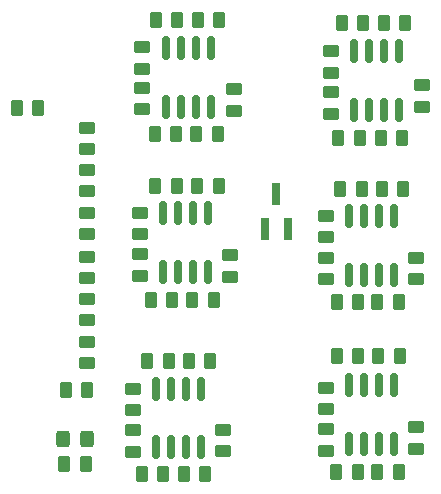
<source format=gtp>
G04 #@! TF.GenerationSoftware,KiCad,Pcbnew,(6.0.6)*
G04 #@! TF.CreationDate,2022-08-29T15:29:16+02:00*
G04 #@! TF.ProjectId,amplifier-board-six-channels,616d706c-6966-4696-9572-2d626f617264,rev?*
G04 #@! TF.SameCoordinates,Original*
G04 #@! TF.FileFunction,Paste,Top*
G04 #@! TF.FilePolarity,Positive*
%FSLAX46Y46*%
G04 Gerber Fmt 4.6, Leading zero omitted, Abs format (unit mm)*
G04 Created by KiCad (PCBNEW (6.0.6)) date 2022-08-29 15:29:16*
%MOMM*%
%LPD*%
G01*
G04 APERTURE LIST*
G04 Aperture macros list*
%AMRoundRect*
0 Rectangle with rounded corners*
0 $1 Rounding radius*
0 $2 $3 $4 $5 $6 $7 $8 $9 X,Y pos of 4 corners*
0 Add a 4 corners polygon primitive as box body*
4,1,4,$2,$3,$4,$5,$6,$7,$8,$9,$2,$3,0*
0 Add four circle primitives for the rounded corners*
1,1,$1+$1,$2,$3*
1,1,$1+$1,$4,$5*
1,1,$1+$1,$6,$7*
1,1,$1+$1,$8,$9*
0 Add four rect primitives between the rounded corners*
20,1,$1+$1,$2,$3,$4,$5,0*
20,1,$1+$1,$4,$5,$6,$7,0*
20,1,$1+$1,$6,$7,$8,$9,0*
20,1,$1+$1,$8,$9,$2,$3,0*%
G04 Aperture macros list end*
%ADD10RoundRect,0.250000X-0.262500X-0.450000X0.262500X-0.450000X0.262500X0.450000X-0.262500X0.450000X0*%
%ADD11RoundRect,0.150000X-0.150000X0.825000X-0.150000X-0.825000X0.150000X-0.825000X0.150000X0.825000X0*%
%ADD12RoundRect,0.250000X0.450000X-0.262500X0.450000X0.262500X-0.450000X0.262500X-0.450000X-0.262500X0*%
%ADD13RoundRect,0.250000X0.262500X0.450000X-0.262500X0.450000X-0.262500X-0.450000X0.262500X-0.450000X0*%
%ADD14RoundRect,0.250000X-0.450000X0.262500X-0.450000X-0.262500X0.450000X-0.262500X0.450000X0.262500X0*%
%ADD15R,0.800000X1.900000*%
%ADD16RoundRect,0.250000X-0.325000X-0.450000X0.325000X-0.450000X0.325000X0.450000X-0.325000X0.450000X0*%
G04 APERTURE END LIST*
D10*
X41454700Y-58064400D03*
X43279700Y-58064400D03*
X68050100Y-48951400D03*
X69875100Y-48951400D03*
D11*
X53036600Y-51673400D03*
X51766600Y-51673400D03*
X50496600Y-51673400D03*
X49226600Y-51673400D03*
X49226600Y-56623400D03*
X50496600Y-56623400D03*
X51766600Y-56623400D03*
X53036600Y-56623400D03*
D12*
X43434000Y-49530000D03*
X43434000Y-47705000D03*
X63662600Y-42415100D03*
X63662600Y-40590100D03*
D13*
X66321900Y-58751400D03*
X64496900Y-58751400D03*
D12*
X47281600Y-57010900D03*
X47281600Y-55185900D03*
X43434000Y-31392500D03*
X43434000Y-29567500D03*
D13*
X39266500Y-27940000D03*
X37441500Y-27940000D03*
D10*
X64550100Y-48951400D03*
X66375100Y-48951400D03*
D14*
X47881600Y-36785900D03*
X47881600Y-38610900D03*
D13*
X66375100Y-44301400D03*
X64550100Y-44301400D03*
D10*
X49169100Y-34498400D03*
X50994100Y-34498400D03*
D13*
X66512600Y-30426400D03*
X64687600Y-30426400D03*
D14*
X64087600Y-23113900D03*
X64087600Y-24938900D03*
D13*
X49881600Y-58898400D03*
X48056600Y-58898400D03*
D14*
X63662600Y-37036000D03*
X63662600Y-38861000D03*
D12*
X71262600Y-56763900D03*
X71262600Y-54938900D03*
D15*
X58486000Y-38177600D03*
X60386000Y-38177600D03*
X59436000Y-35177600D03*
D11*
X69842600Y-23101400D03*
X68572600Y-23101400D03*
X67302600Y-23101400D03*
X66032600Y-23101400D03*
X66032600Y-28051400D03*
X67302600Y-28051400D03*
X68572600Y-28051400D03*
X69842600Y-28051400D03*
D12*
X43434000Y-45870500D03*
X43434000Y-44045500D03*
D11*
X69417600Y-37076400D03*
X68147600Y-37076400D03*
X66877600Y-37076400D03*
X65607600Y-37076400D03*
X65607600Y-42026400D03*
X66877600Y-42026400D03*
X68147600Y-42026400D03*
X69417600Y-42026400D03*
D14*
X63612600Y-51588900D03*
X63612600Y-53413900D03*
D10*
X68350100Y-34751400D03*
X70175100Y-34751400D03*
D12*
X43434000Y-38608000D03*
X43434000Y-36783000D03*
D10*
X52719100Y-34498400D03*
X54544100Y-34498400D03*
D11*
X53636600Y-36823400D03*
X52366600Y-36823400D03*
X51096600Y-36823400D03*
X49826600Y-36823400D03*
X49826600Y-41773400D03*
X51096600Y-41773400D03*
X52366600Y-41773400D03*
X53636600Y-41773400D03*
D14*
X47281600Y-51685900D03*
X47281600Y-53510900D03*
D10*
X68000100Y-44301400D03*
X69825100Y-44301400D03*
D12*
X47881600Y-42110900D03*
X47881600Y-40285900D03*
D10*
X52634100Y-30123400D03*
X54459100Y-30123400D03*
X68525100Y-20726400D03*
X70350100Y-20726400D03*
D14*
X48096600Y-22760900D03*
X48096600Y-24585900D03*
D12*
X71787600Y-27788900D03*
X71787600Y-25963900D03*
D13*
X50959100Y-30123400D03*
X49134100Y-30123400D03*
D11*
X53901600Y-22848400D03*
X52631600Y-22848400D03*
X51361600Y-22848400D03*
X50091600Y-22848400D03*
X50091600Y-27798400D03*
X51361600Y-27798400D03*
X52631600Y-27798400D03*
X53901600Y-27798400D03*
D12*
X43434000Y-34948500D03*
X43434000Y-33123500D03*
X54881600Y-56960900D03*
X54881600Y-55135900D03*
X55531600Y-42210900D03*
X55531600Y-40385900D03*
X55846600Y-28135900D03*
X55846600Y-26310900D03*
X48096600Y-28035900D03*
X48096600Y-26210900D03*
X43434000Y-42314500D03*
X43434000Y-40489500D03*
D10*
X48519100Y-49298400D03*
X50344100Y-49298400D03*
X52019100Y-49298400D03*
X53844100Y-49298400D03*
X49234100Y-20473400D03*
X51059100Y-20473400D03*
D12*
X64087600Y-28388900D03*
X64087600Y-26563900D03*
X71262600Y-42413900D03*
X71262600Y-40588900D03*
D10*
X64850100Y-34751400D03*
X66675100Y-34751400D03*
X68262600Y-30426400D03*
X70087600Y-30426400D03*
D13*
X50644100Y-44198400D03*
X48819100Y-44198400D03*
D10*
X51581600Y-58898400D03*
X53406600Y-58898400D03*
X68000100Y-58751400D03*
X69825100Y-58751400D03*
X52319100Y-44198400D03*
X54144100Y-44198400D03*
D13*
X43434000Y-51816000D03*
X41609000Y-51816000D03*
D10*
X52796600Y-20473400D03*
X54621600Y-20473400D03*
D12*
X63612600Y-56913900D03*
X63612600Y-55088900D03*
D11*
X69367600Y-51376400D03*
X68097600Y-51376400D03*
X66827600Y-51376400D03*
X65557600Y-51376400D03*
X65557600Y-56326400D03*
X66827600Y-56326400D03*
X68097600Y-56326400D03*
X69367600Y-56326400D03*
D16*
X41393000Y-55930800D03*
X43443000Y-55930800D03*
D10*
X64975100Y-20726400D03*
X66800100Y-20726400D03*
M02*

</source>
